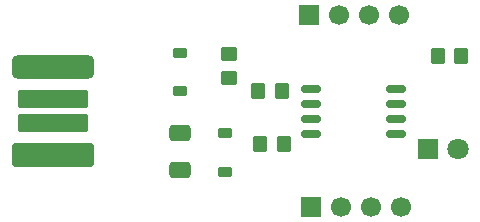
<source format=gbr>
%TF.GenerationSoftware,KiCad,Pcbnew,9.0.1*%
%TF.CreationDate,2025-11-17T22:12:27+05:30*%
%TF.ProjectId,Project_1,50726f6a-6563-4745-9f31-2e6b69636164,rev?*%
%TF.SameCoordinates,Original*%
%TF.FileFunction,Soldermask,Top*%
%TF.FilePolarity,Negative*%
%FSLAX46Y46*%
G04 Gerber Fmt 4.6, Leading zero omitted, Abs format (unit mm)*
G04 Created by KiCad (PCBNEW 9.0.1) date 2025-11-17 22:12:27*
%MOMM*%
%LPD*%
G01*
G04 APERTURE LIST*
G04 Aperture macros list*
%AMRoundRect*
0 Rectangle with rounded corners*
0 $1 Rounding radius*
0 $2 $3 $4 $5 $6 $7 $8 $9 X,Y pos of 4 corners*
0 Add a 4 corners polygon primitive as box body*
4,1,4,$2,$3,$4,$5,$6,$7,$8,$9,$2,$3,0*
0 Add four circle primitives for the rounded corners*
1,1,$1+$1,$2,$3*
1,1,$1+$1,$4,$5*
1,1,$1+$1,$6,$7*
1,1,$1+$1,$8,$9*
0 Add four rect primitives between the rounded corners*
20,1,$1+$1,$2,$3,$4,$5,0*
20,1,$1+$1,$4,$5,$6,$7,0*
20,1,$1+$1,$6,$7,$8,$9,0*
20,1,$1+$1,$8,$9,$2,$3,0*%
G04 Aperture macros list end*
%ADD10RoundRect,0.250000X-0.350000X-0.450000X0.350000X-0.450000X0.350000X0.450000X-0.350000X0.450000X0*%
%ADD11RoundRect,0.250000X0.350000X0.450000X-0.350000X0.450000X-0.350000X-0.450000X0.350000X-0.450000X0*%
%ADD12R,1.700000X1.700000*%
%ADD13C,1.700000*%
%ADD14RoundRect,0.250000X0.650000X-0.412500X0.650000X0.412500X-0.650000X0.412500X-0.650000X-0.412500X0*%
%ADD15RoundRect,0.225000X-0.375000X0.225000X-0.375000X-0.225000X0.375000X-0.225000X0.375000X0.225000X0*%
%ADD16RoundRect,0.500000X-3.000000X-0.500000X3.000000X-0.500000X3.000000X0.500000X-3.000000X0.500000X0*%
%ADD17RoundRect,0.225000X-2.775000X-0.525000X2.775000X-0.525000X2.775000X0.525000X-2.775000X0.525000X0*%
%ADD18RoundRect,0.300000X-3.200000X-0.700000X3.200000X-0.700000X3.200000X0.700000X-3.200000X0.700000X0*%
%ADD19RoundRect,0.250000X0.450000X-0.350000X0.450000X0.350000X-0.450000X0.350000X-0.450000X-0.350000X0*%
%ADD20R,1.800000X1.800000*%
%ADD21C,1.800000*%
%ADD22RoundRect,0.162500X0.650000X0.162500X-0.650000X0.162500X-0.650000X-0.162500X0.650000X-0.162500X0*%
G04 APERTURE END LIST*
D10*
%TO.C,R1*%
X136550000Y-79950000D03*
X138550000Y-79950000D03*
%TD*%
%TO.C,R3*%
X151600000Y-72500000D03*
X153600000Y-72500000D03*
%TD*%
D11*
%TO.C,R2*%
X138400000Y-75450000D03*
X136400000Y-75450000D03*
%TD*%
D12*
%TO.C,J2*%
X140890000Y-85250000D03*
D13*
X143430000Y-85250000D03*
X145970000Y-85250000D03*
X148510000Y-85250000D03*
%TD*%
D14*
%TO.C,C1*%
X129800000Y-82112500D03*
X129800000Y-78987500D03*
%TD*%
D15*
%TO.C,D1*%
X129750000Y-72200000D03*
X129750000Y-75500000D03*
%TD*%
D16*
%TO.C,U2*%
X119000000Y-73400000D03*
D17*
X119000000Y-76150000D03*
X119000000Y-78150000D03*
D18*
X119000000Y-80900000D03*
%TD*%
D12*
%TO.C,J1*%
X140730000Y-69000000D03*
D13*
X143270000Y-69000000D03*
X145810000Y-69000000D03*
X148350000Y-69000000D03*
%TD*%
D19*
%TO.C,R4*%
X133900000Y-74350000D03*
X133900000Y-72350000D03*
%TD*%
D15*
%TO.C,D2*%
X133550000Y-79000000D03*
X133550000Y-82300000D03*
%TD*%
D20*
%TO.C,D3*%
X150730000Y-80350000D03*
D21*
X153270000Y-80350000D03*
%TD*%
D22*
%TO.C,U3*%
X148037500Y-79105000D03*
X148037500Y-77835000D03*
X148037500Y-76565000D03*
X148037500Y-75295000D03*
X140862500Y-75295000D03*
X140862500Y-76565000D03*
X140862500Y-77835000D03*
X140862500Y-79105000D03*
%TD*%
M02*

</source>
